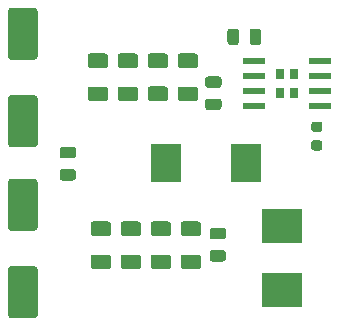
<source format=gtp>
G04 #@! TF.GenerationSoftware,KiCad,Pcbnew,(5.1.7)-1*
G04 #@! TF.CreationDate,2021-07-20T15:03:30-04:00*
G04 #@! TF.ProjectId,12-5_Volt_Regulator,31322d35-5f56-46f6-9c74-5f526567756c,rev?*
G04 #@! TF.SameCoordinates,Original*
G04 #@! TF.FileFunction,Paste,Top*
G04 #@! TF.FilePolarity,Positive*
%FSLAX46Y46*%
G04 Gerber Fmt 4.6, Leading zero omitted, Abs format (unit mm)*
G04 Created by KiCad (PCBNEW (5.1.7)-1) date 2021-07-20 15:03:30*
%MOMM*%
%LPD*%
G01*
G04 APERTURE LIST*
%ADD10R,2.500000X3.300000*%
%ADD11R,3.500000X2.950000*%
%ADD12R,1.910000X0.610000*%
%ADD13R,0.723000X0.930000*%
G04 APERTURE END LIST*
G36*
G01*
X152656250Y-102088500D02*
X152143750Y-102088500D01*
G75*
G02*
X151925000Y-101869750I0J218750D01*
G01*
X151925000Y-101432250D01*
G75*
G02*
X152143750Y-101213500I218750J0D01*
G01*
X152656250Y-101213500D01*
G75*
G02*
X152875000Y-101432250I0J-218750D01*
G01*
X152875000Y-101869750D01*
G75*
G02*
X152656250Y-102088500I-218750J0D01*
G01*
G37*
G36*
G01*
X152656250Y-100513500D02*
X152143750Y-100513500D01*
G75*
G02*
X151925000Y-100294750I0J218750D01*
G01*
X151925000Y-99857250D01*
G75*
G02*
X152143750Y-99638500I218750J0D01*
G01*
X152656250Y-99638500D01*
G75*
G02*
X152875000Y-99857250I0J-218750D01*
G01*
X152875000Y-100294750D01*
G75*
G02*
X152656250Y-100513500I-218750J0D01*
G01*
G37*
G36*
G01*
X126508000Y-90002000D02*
X128508000Y-90002000D01*
G75*
G02*
X128758000Y-90252000I0J-250000D01*
G01*
X128758000Y-94152000D01*
G75*
G02*
X128508000Y-94402000I-250000J0D01*
G01*
X126508000Y-94402000D01*
G75*
G02*
X126258000Y-94152000I0J250000D01*
G01*
X126258000Y-90252000D01*
G75*
G02*
X126508000Y-90002000I250000J0D01*
G01*
G37*
G36*
G01*
X126508000Y-97402000D02*
X128508000Y-97402000D01*
G75*
G02*
X128758000Y-97652000I0J-250000D01*
G01*
X128758000Y-101552000D01*
G75*
G02*
X128508000Y-101802000I-250000J0D01*
G01*
X126508000Y-101802000D01*
G75*
G02*
X126258000Y-101552000I0J250000D01*
G01*
X126258000Y-97652000D01*
G75*
G02*
X126508000Y-97402000I250000J0D01*
G01*
G37*
G36*
G01*
X133233000Y-93863000D02*
X134483000Y-93863000D01*
G75*
G02*
X134733000Y-94113000I0J-250000D01*
G01*
X134733000Y-94863000D01*
G75*
G02*
X134483000Y-95113000I-250000J0D01*
G01*
X133233000Y-95113000D01*
G75*
G02*
X132983000Y-94863000I0J250000D01*
G01*
X132983000Y-94113000D01*
G75*
G02*
X133233000Y-93863000I250000J0D01*
G01*
G37*
G36*
G01*
X133233000Y-96663000D02*
X134483000Y-96663000D01*
G75*
G02*
X134733000Y-96913000I0J-250000D01*
G01*
X134733000Y-97663000D01*
G75*
G02*
X134483000Y-97913000I-250000J0D01*
G01*
X133233000Y-97913000D01*
G75*
G02*
X132983000Y-97663000I0J250000D01*
G01*
X132983000Y-96913000D01*
G75*
G02*
X133233000Y-96663000I250000J0D01*
G01*
G37*
G36*
G01*
X135773000Y-96663000D02*
X137023000Y-96663000D01*
G75*
G02*
X137273000Y-96913000I0J-250000D01*
G01*
X137273000Y-97663000D01*
G75*
G02*
X137023000Y-97913000I-250000J0D01*
G01*
X135773000Y-97913000D01*
G75*
G02*
X135523000Y-97663000I0J250000D01*
G01*
X135523000Y-96913000D01*
G75*
G02*
X135773000Y-96663000I250000J0D01*
G01*
G37*
G36*
G01*
X135773000Y-93863000D02*
X137023000Y-93863000D01*
G75*
G02*
X137273000Y-94113000I0J-250000D01*
G01*
X137273000Y-94863000D01*
G75*
G02*
X137023000Y-95113000I-250000J0D01*
G01*
X135773000Y-95113000D01*
G75*
G02*
X135523000Y-94863000I0J250000D01*
G01*
X135523000Y-94113000D01*
G75*
G02*
X135773000Y-93863000I250000J0D01*
G01*
G37*
G36*
G01*
X138313000Y-93857000D02*
X139563000Y-93857000D01*
G75*
G02*
X139813000Y-94107000I0J-250000D01*
G01*
X139813000Y-94857000D01*
G75*
G02*
X139563000Y-95107000I-250000J0D01*
G01*
X138313000Y-95107000D01*
G75*
G02*
X138063000Y-94857000I0J250000D01*
G01*
X138063000Y-94107000D01*
G75*
G02*
X138313000Y-93857000I250000J0D01*
G01*
G37*
G36*
G01*
X138313000Y-96657000D02*
X139563000Y-96657000D01*
G75*
G02*
X139813000Y-96907000I0J-250000D01*
G01*
X139813000Y-97657000D01*
G75*
G02*
X139563000Y-97907000I-250000J0D01*
G01*
X138313000Y-97907000D01*
G75*
G02*
X138063000Y-97657000I0J250000D01*
G01*
X138063000Y-96907000D01*
G75*
G02*
X138313000Y-96657000I250000J0D01*
G01*
G37*
G36*
G01*
X140853000Y-96663000D02*
X142103000Y-96663000D01*
G75*
G02*
X142353000Y-96913000I0J-250000D01*
G01*
X142353000Y-97663000D01*
G75*
G02*
X142103000Y-97913000I-250000J0D01*
G01*
X140853000Y-97913000D01*
G75*
G02*
X140603000Y-97663000I0J250000D01*
G01*
X140603000Y-96913000D01*
G75*
G02*
X140853000Y-96663000I250000J0D01*
G01*
G37*
G36*
G01*
X140853000Y-93863000D02*
X142103000Y-93863000D01*
G75*
G02*
X142353000Y-94113000I0J-250000D01*
G01*
X142353000Y-94863000D01*
G75*
G02*
X142103000Y-95113000I-250000J0D01*
G01*
X140853000Y-95113000D01*
G75*
G02*
X140603000Y-94863000I0J250000D01*
G01*
X140603000Y-94113000D01*
G75*
G02*
X140853000Y-93863000I250000J0D01*
G01*
G37*
G36*
G01*
X143180750Y-97683500D02*
X144093250Y-97683500D01*
G75*
G02*
X144337000Y-97927250I0J-243750D01*
G01*
X144337000Y-98414750D01*
G75*
G02*
X144093250Y-98658500I-243750J0D01*
G01*
X143180750Y-98658500D01*
G75*
G02*
X142937000Y-98414750I0J243750D01*
G01*
X142937000Y-97927250D01*
G75*
G02*
X143180750Y-97683500I243750J0D01*
G01*
G37*
G36*
G01*
X143180750Y-95808500D02*
X144093250Y-95808500D01*
G75*
G02*
X144337000Y-96052250I0J-243750D01*
G01*
X144337000Y-96539750D01*
G75*
G02*
X144093250Y-96783500I-243750J0D01*
G01*
X143180750Y-96783500D01*
G75*
G02*
X142937000Y-96539750I0J243750D01*
G01*
X142937000Y-96052250D01*
G75*
G02*
X143180750Y-95808500I243750J0D01*
G01*
G37*
G36*
G01*
X144474250Y-111485500D02*
X143561750Y-111485500D01*
G75*
G02*
X143318000Y-111241750I0J243750D01*
G01*
X143318000Y-110754250D01*
G75*
G02*
X143561750Y-110510500I243750J0D01*
G01*
X144474250Y-110510500D01*
G75*
G02*
X144718000Y-110754250I0J-243750D01*
G01*
X144718000Y-111241750D01*
G75*
G02*
X144474250Y-111485500I-243750J0D01*
G01*
G37*
G36*
G01*
X144474250Y-109610500D02*
X143561750Y-109610500D01*
G75*
G02*
X143318000Y-109366750I0J243750D01*
G01*
X143318000Y-108879250D01*
G75*
G02*
X143561750Y-108635500I243750J0D01*
G01*
X144474250Y-108635500D01*
G75*
G02*
X144718000Y-108879250I0J-243750D01*
G01*
X144718000Y-109366750D01*
G75*
G02*
X144474250Y-109610500I-243750J0D01*
G01*
G37*
G36*
G01*
X142357000Y-109337000D02*
X141107000Y-109337000D01*
G75*
G02*
X140857000Y-109087000I0J250000D01*
G01*
X140857000Y-108337000D01*
G75*
G02*
X141107000Y-108087000I250000J0D01*
G01*
X142357000Y-108087000D01*
G75*
G02*
X142607000Y-108337000I0J-250000D01*
G01*
X142607000Y-109087000D01*
G75*
G02*
X142357000Y-109337000I-250000J0D01*
G01*
G37*
G36*
G01*
X142357000Y-112137000D02*
X141107000Y-112137000D01*
G75*
G02*
X140857000Y-111887000I0J250000D01*
G01*
X140857000Y-111137000D01*
G75*
G02*
X141107000Y-110887000I250000J0D01*
G01*
X142357000Y-110887000D01*
G75*
G02*
X142607000Y-111137000I0J-250000D01*
G01*
X142607000Y-111887000D01*
G75*
G02*
X142357000Y-112137000I-250000J0D01*
G01*
G37*
G36*
G01*
X139817000Y-112137000D02*
X138567000Y-112137000D01*
G75*
G02*
X138317000Y-111887000I0J250000D01*
G01*
X138317000Y-111137000D01*
G75*
G02*
X138567000Y-110887000I250000J0D01*
G01*
X139817000Y-110887000D01*
G75*
G02*
X140067000Y-111137000I0J-250000D01*
G01*
X140067000Y-111887000D01*
G75*
G02*
X139817000Y-112137000I-250000J0D01*
G01*
G37*
G36*
G01*
X139817000Y-109337000D02*
X138567000Y-109337000D01*
G75*
G02*
X138317000Y-109087000I0J250000D01*
G01*
X138317000Y-108337000D01*
G75*
G02*
X138567000Y-108087000I250000J0D01*
G01*
X139817000Y-108087000D01*
G75*
G02*
X140067000Y-108337000I0J-250000D01*
G01*
X140067000Y-109087000D01*
G75*
G02*
X139817000Y-109337000I-250000J0D01*
G01*
G37*
G36*
G01*
X137277000Y-109337000D02*
X136027000Y-109337000D01*
G75*
G02*
X135777000Y-109087000I0J250000D01*
G01*
X135777000Y-108337000D01*
G75*
G02*
X136027000Y-108087000I250000J0D01*
G01*
X137277000Y-108087000D01*
G75*
G02*
X137527000Y-108337000I0J-250000D01*
G01*
X137527000Y-109087000D01*
G75*
G02*
X137277000Y-109337000I-250000J0D01*
G01*
G37*
G36*
G01*
X137277000Y-112137000D02*
X136027000Y-112137000D01*
G75*
G02*
X135777000Y-111887000I0J250000D01*
G01*
X135777000Y-111137000D01*
G75*
G02*
X136027000Y-110887000I250000J0D01*
G01*
X137277000Y-110887000D01*
G75*
G02*
X137527000Y-111137000I0J-250000D01*
G01*
X137527000Y-111887000D01*
G75*
G02*
X137277000Y-112137000I-250000J0D01*
G01*
G37*
G36*
G01*
X134737000Y-112137000D02*
X133487000Y-112137000D01*
G75*
G02*
X133237000Y-111887000I0J250000D01*
G01*
X133237000Y-111137000D01*
G75*
G02*
X133487000Y-110887000I250000J0D01*
G01*
X134737000Y-110887000D01*
G75*
G02*
X134987000Y-111137000I0J-250000D01*
G01*
X134987000Y-111887000D01*
G75*
G02*
X134737000Y-112137000I-250000J0D01*
G01*
G37*
G36*
G01*
X134737000Y-109337000D02*
X133487000Y-109337000D01*
G75*
G02*
X133237000Y-109087000I0J250000D01*
G01*
X133237000Y-108337000D01*
G75*
G02*
X133487000Y-108087000I250000J0D01*
G01*
X134737000Y-108087000D01*
G75*
G02*
X134987000Y-108337000I0J-250000D01*
G01*
X134987000Y-109087000D01*
G75*
G02*
X134737000Y-109337000I-250000J0D01*
G01*
G37*
G36*
G01*
X128508000Y-108880000D02*
X126508000Y-108880000D01*
G75*
G02*
X126258000Y-108630000I0J250000D01*
G01*
X126258000Y-104730000D01*
G75*
G02*
X126508000Y-104480000I250000J0D01*
G01*
X128508000Y-104480000D01*
G75*
G02*
X128758000Y-104730000I0J-250000D01*
G01*
X128758000Y-108630000D01*
G75*
G02*
X128508000Y-108880000I-250000J0D01*
G01*
G37*
G36*
G01*
X128508000Y-116280000D02*
X126508000Y-116280000D01*
G75*
G02*
X126258000Y-116030000I0J250000D01*
G01*
X126258000Y-112130000D01*
G75*
G02*
X126508000Y-111880000I250000J0D01*
G01*
X128508000Y-111880000D01*
G75*
G02*
X128758000Y-112130000I0J-250000D01*
G01*
X128758000Y-116030000D01*
G75*
G02*
X128508000Y-116280000I-250000J0D01*
G01*
G37*
D10*
X146402000Y-103124000D03*
X139602000Y-103124000D03*
D11*
X149479000Y-108469000D03*
X149479000Y-113919000D03*
G36*
G01*
X146705500Y-92912250D02*
X146705500Y-91999750D01*
G75*
G02*
X146949250Y-91756000I243750J0D01*
G01*
X147436750Y-91756000D01*
G75*
G02*
X147680500Y-91999750I0J-243750D01*
G01*
X147680500Y-92912250D01*
G75*
G02*
X147436750Y-93156000I-243750J0D01*
G01*
X146949250Y-93156000D01*
G75*
G02*
X146705500Y-92912250I0J243750D01*
G01*
G37*
G36*
G01*
X144830500Y-92912250D02*
X144830500Y-91999750D01*
G75*
G02*
X145074250Y-91756000I243750J0D01*
G01*
X145561750Y-91756000D01*
G75*
G02*
X145805500Y-91999750I0J-243750D01*
G01*
X145805500Y-92912250D01*
G75*
G02*
X145561750Y-93156000I-243750J0D01*
G01*
X145074250Y-93156000D01*
G75*
G02*
X144830500Y-92912250I0J243750D01*
G01*
G37*
G36*
G01*
X130861750Y-101777500D02*
X131774250Y-101777500D01*
G75*
G02*
X132018000Y-102021250I0J-243750D01*
G01*
X132018000Y-102508750D01*
G75*
G02*
X131774250Y-102752500I-243750J0D01*
G01*
X130861750Y-102752500D01*
G75*
G02*
X130618000Y-102508750I0J243750D01*
G01*
X130618000Y-102021250D01*
G75*
G02*
X130861750Y-101777500I243750J0D01*
G01*
G37*
G36*
G01*
X130861750Y-103652500D02*
X131774250Y-103652500D01*
G75*
G02*
X132018000Y-103896250I0J-243750D01*
G01*
X132018000Y-104383750D01*
G75*
G02*
X131774250Y-104627500I-243750J0D01*
G01*
X130861750Y-104627500D01*
G75*
G02*
X130618000Y-104383750I0J243750D01*
G01*
X130618000Y-103896250D01*
G75*
G02*
X130861750Y-103652500I243750J0D01*
G01*
G37*
D12*
X152640000Y-98298000D03*
X152640000Y-97028000D03*
X152640000Y-95758000D03*
X152640000Y-94488000D03*
X147080000Y-94488000D03*
X147080000Y-95758000D03*
X147080000Y-97028000D03*
X147080000Y-98298000D03*
D13*
X149257500Y-95618000D03*
X149257500Y-97168000D03*
X150462500Y-95618000D03*
X150462500Y-97168000D03*
M02*

</source>
